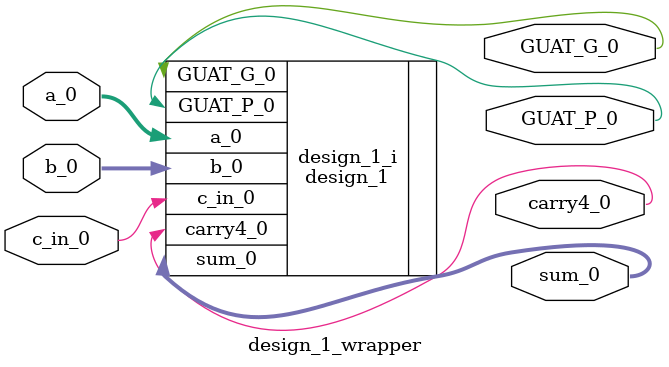
<source format=v>
`timescale 1 ps / 1 ps

module design_1_wrapper
   (GUAT_G_0,
    GUAT_P_0,
    a_0,
    b_0,
    c_in_0,
    carry4_0,
    sum_0);
  output GUAT_G_0;
  output GUAT_P_0;
  input [15:0]a_0;
  input [15:0]b_0;
  input c_in_0;
  output carry4_0;
  output [15:0]sum_0;

  wire GUAT_G_0;
  wire GUAT_P_0;
  wire [15:0]a_0;
  wire [15:0]b_0;
  wire c_in_0;
  wire carry4_0;
  wire [15:0]sum_0;

  design_1 design_1_i
       (.GUAT_G_0(GUAT_G_0),
        .GUAT_P_0(GUAT_P_0),
        .a_0(a_0),
        .b_0(b_0),
        .c_in_0(c_in_0),
        .carry4_0(carry4_0),
        .sum_0(sum_0));
endmodule

</source>
